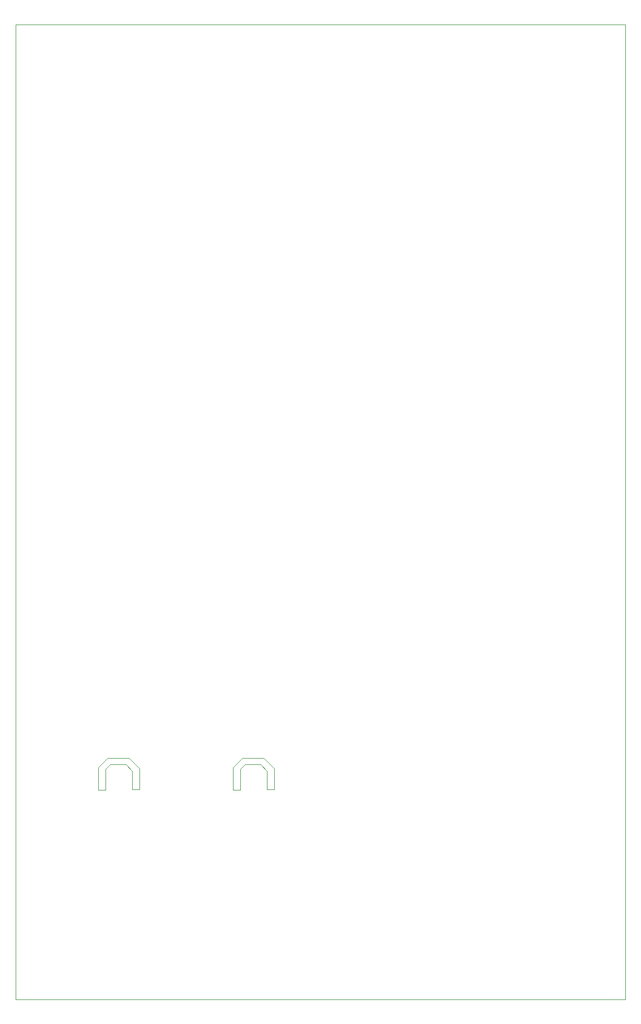
<source format=gko>
G04 Layer_Color=16711935*
%FSLAX25Y25*%
%MOIN*%
G70*
G01*
G75*
%ADD51C,0.00394*%
D51*
X2918268Y2324409D02*
X3307362D01*
X3307480Y2324291D01*
Y1702402D02*
Y2324291D01*
Y1702402D02*
X3307480Y1702402D01*
X2918307D02*
X3307480D01*
X2918268Y1702441D02*
X2918307Y1702402D01*
X2918268Y1702441D02*
Y2324409D01*
X2970946Y1835906D02*
Y1850227D01*
Y1835906D02*
X2975512D01*
Y1849180D01*
X2978496Y1852164D01*
X2988505D01*
X2992559Y1848110D01*
Y1836299D02*
Y1848110D01*
Y1836299D02*
X2992677Y1836181D01*
X2997205D01*
X2997167Y1836219D02*
X2997205Y1836181D01*
X2997167Y1836219D02*
Y1849805D01*
X2990558Y1856414D02*
X2997167Y1849805D01*
X2976972Y1856414D02*
X2990558D01*
X2970904Y1850346D02*
X2976972Y1856414D01*
X3056904Y1850346D02*
X3062972Y1856414D01*
X3076558D01*
X3083167Y1849805D01*
Y1836219D02*
Y1849805D01*
X3078677Y1836181D02*
X3083205D01*
X3078559Y1836299D02*
Y1848110D01*
X3074505Y1852164D02*
X3078559Y1848110D01*
X3064496Y1852164D02*
X3074505D01*
X3061512Y1849180D02*
X3064496Y1852164D01*
X3061512Y1835906D02*
Y1849180D01*
X3056946Y1835906D02*
X3061512D01*
X3056946D02*
Y1850227D01*
M02*

</source>
